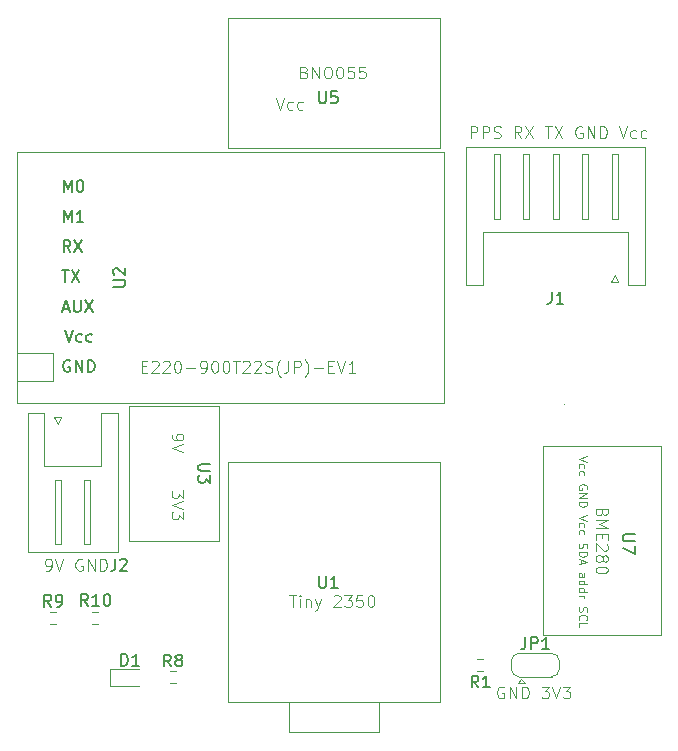
<source format=gbr>
%TF.GenerationSoftware,KiCad,Pcbnew,8.0.3*%
%TF.CreationDate,2024-12-13T14:42:35+09:00*%
%TF.ProjectId,LoRaGPS,4c6f5261-4750-4532-9e6b-696361645f70,rev?*%
%TF.SameCoordinates,Original*%
%TF.FileFunction,Legend,Top*%
%TF.FilePolarity,Positive*%
%FSLAX46Y46*%
G04 Gerber Fmt 4.6, Leading zero omitted, Abs format (unit mm)*
G04 Created by KiCad (PCBNEW 8.0.3) date 2024-12-13 14:42:35*
%MOMM*%
%LPD*%
G01*
G04 APERTURE LIST*
%ADD10C,0.100000*%
%ADD11C,0.150000*%
%ADD12C,0.120000*%
G04 APERTURE END LIST*
D10*
X53488303Y-97865619D02*
X53678779Y-97865619D01*
X53678779Y-97865619D02*
X53774017Y-97818000D01*
X53774017Y-97818000D02*
X53821636Y-97770380D01*
X53821636Y-97770380D02*
X53916874Y-97627523D01*
X53916874Y-97627523D02*
X53964493Y-97437047D01*
X53964493Y-97437047D02*
X53964493Y-97056095D01*
X53964493Y-97056095D02*
X53916874Y-96960857D01*
X53916874Y-96960857D02*
X53869255Y-96913238D01*
X53869255Y-96913238D02*
X53774017Y-96865619D01*
X53774017Y-96865619D02*
X53583541Y-96865619D01*
X53583541Y-96865619D02*
X53488303Y-96913238D01*
X53488303Y-96913238D02*
X53440684Y-96960857D01*
X53440684Y-96960857D02*
X53393065Y-97056095D01*
X53393065Y-97056095D02*
X53393065Y-97294190D01*
X53393065Y-97294190D02*
X53440684Y-97389428D01*
X53440684Y-97389428D02*
X53488303Y-97437047D01*
X53488303Y-97437047D02*
X53583541Y-97484666D01*
X53583541Y-97484666D02*
X53774017Y-97484666D01*
X53774017Y-97484666D02*
X53869255Y-97437047D01*
X53869255Y-97437047D02*
X53916874Y-97389428D01*
X53916874Y-97389428D02*
X53964493Y-97294190D01*
X54250208Y-96865619D02*
X54583541Y-97865619D01*
X54583541Y-97865619D02*
X54916874Y-96865619D01*
X56535922Y-96913238D02*
X56440684Y-96865619D01*
X56440684Y-96865619D02*
X56297827Y-96865619D01*
X56297827Y-96865619D02*
X56154970Y-96913238D01*
X56154970Y-96913238D02*
X56059732Y-97008476D01*
X56059732Y-97008476D02*
X56012113Y-97103714D01*
X56012113Y-97103714D02*
X55964494Y-97294190D01*
X55964494Y-97294190D02*
X55964494Y-97437047D01*
X55964494Y-97437047D02*
X56012113Y-97627523D01*
X56012113Y-97627523D02*
X56059732Y-97722761D01*
X56059732Y-97722761D02*
X56154970Y-97818000D01*
X56154970Y-97818000D02*
X56297827Y-97865619D01*
X56297827Y-97865619D02*
X56393065Y-97865619D01*
X56393065Y-97865619D02*
X56535922Y-97818000D01*
X56535922Y-97818000D02*
X56583541Y-97770380D01*
X56583541Y-97770380D02*
X56583541Y-97437047D01*
X56583541Y-97437047D02*
X56393065Y-97437047D01*
X57012113Y-97865619D02*
X57012113Y-96865619D01*
X57012113Y-96865619D02*
X57583541Y-97865619D01*
X57583541Y-97865619D02*
X57583541Y-96865619D01*
X58059732Y-97865619D02*
X58059732Y-96865619D01*
X58059732Y-96865619D02*
X58297827Y-96865619D01*
X58297827Y-96865619D02*
X58440684Y-96913238D01*
X58440684Y-96913238D02*
X58535922Y-97008476D01*
X58535922Y-97008476D02*
X58583541Y-97103714D01*
X58583541Y-97103714D02*
X58631160Y-97294190D01*
X58631160Y-97294190D02*
X58631160Y-97437047D01*
X58631160Y-97437047D02*
X58583541Y-97627523D01*
X58583541Y-97627523D02*
X58535922Y-97722761D01*
X58535922Y-97722761D02*
X58440684Y-97818000D01*
X58440684Y-97818000D02*
X58297827Y-97865619D01*
X58297827Y-97865619D02*
X58059732Y-97865619D01*
X61568684Y-80577809D02*
X61902017Y-80577809D01*
X62044874Y-81101619D02*
X61568684Y-81101619D01*
X61568684Y-81101619D02*
X61568684Y-80101619D01*
X61568684Y-80101619D02*
X62044874Y-80101619D01*
X62425827Y-80196857D02*
X62473446Y-80149238D01*
X62473446Y-80149238D02*
X62568684Y-80101619D01*
X62568684Y-80101619D02*
X62806779Y-80101619D01*
X62806779Y-80101619D02*
X62902017Y-80149238D01*
X62902017Y-80149238D02*
X62949636Y-80196857D01*
X62949636Y-80196857D02*
X62997255Y-80292095D01*
X62997255Y-80292095D02*
X62997255Y-80387333D01*
X62997255Y-80387333D02*
X62949636Y-80530190D01*
X62949636Y-80530190D02*
X62378208Y-81101619D01*
X62378208Y-81101619D02*
X62997255Y-81101619D01*
X63378208Y-80196857D02*
X63425827Y-80149238D01*
X63425827Y-80149238D02*
X63521065Y-80101619D01*
X63521065Y-80101619D02*
X63759160Y-80101619D01*
X63759160Y-80101619D02*
X63854398Y-80149238D01*
X63854398Y-80149238D02*
X63902017Y-80196857D01*
X63902017Y-80196857D02*
X63949636Y-80292095D01*
X63949636Y-80292095D02*
X63949636Y-80387333D01*
X63949636Y-80387333D02*
X63902017Y-80530190D01*
X63902017Y-80530190D02*
X63330589Y-81101619D01*
X63330589Y-81101619D02*
X63949636Y-81101619D01*
X64568684Y-80101619D02*
X64663922Y-80101619D01*
X64663922Y-80101619D02*
X64759160Y-80149238D01*
X64759160Y-80149238D02*
X64806779Y-80196857D01*
X64806779Y-80196857D02*
X64854398Y-80292095D01*
X64854398Y-80292095D02*
X64902017Y-80482571D01*
X64902017Y-80482571D02*
X64902017Y-80720666D01*
X64902017Y-80720666D02*
X64854398Y-80911142D01*
X64854398Y-80911142D02*
X64806779Y-81006380D01*
X64806779Y-81006380D02*
X64759160Y-81054000D01*
X64759160Y-81054000D02*
X64663922Y-81101619D01*
X64663922Y-81101619D02*
X64568684Y-81101619D01*
X64568684Y-81101619D02*
X64473446Y-81054000D01*
X64473446Y-81054000D02*
X64425827Y-81006380D01*
X64425827Y-81006380D02*
X64378208Y-80911142D01*
X64378208Y-80911142D02*
X64330589Y-80720666D01*
X64330589Y-80720666D02*
X64330589Y-80482571D01*
X64330589Y-80482571D02*
X64378208Y-80292095D01*
X64378208Y-80292095D02*
X64425827Y-80196857D01*
X64425827Y-80196857D02*
X64473446Y-80149238D01*
X64473446Y-80149238D02*
X64568684Y-80101619D01*
X65330589Y-80720666D02*
X66092494Y-80720666D01*
X66616303Y-81101619D02*
X66806779Y-81101619D01*
X66806779Y-81101619D02*
X66902017Y-81054000D01*
X66902017Y-81054000D02*
X66949636Y-81006380D01*
X66949636Y-81006380D02*
X67044874Y-80863523D01*
X67044874Y-80863523D02*
X67092493Y-80673047D01*
X67092493Y-80673047D02*
X67092493Y-80292095D01*
X67092493Y-80292095D02*
X67044874Y-80196857D01*
X67044874Y-80196857D02*
X66997255Y-80149238D01*
X66997255Y-80149238D02*
X66902017Y-80101619D01*
X66902017Y-80101619D02*
X66711541Y-80101619D01*
X66711541Y-80101619D02*
X66616303Y-80149238D01*
X66616303Y-80149238D02*
X66568684Y-80196857D01*
X66568684Y-80196857D02*
X66521065Y-80292095D01*
X66521065Y-80292095D02*
X66521065Y-80530190D01*
X66521065Y-80530190D02*
X66568684Y-80625428D01*
X66568684Y-80625428D02*
X66616303Y-80673047D01*
X66616303Y-80673047D02*
X66711541Y-80720666D01*
X66711541Y-80720666D02*
X66902017Y-80720666D01*
X66902017Y-80720666D02*
X66997255Y-80673047D01*
X66997255Y-80673047D02*
X67044874Y-80625428D01*
X67044874Y-80625428D02*
X67092493Y-80530190D01*
X67711541Y-80101619D02*
X67806779Y-80101619D01*
X67806779Y-80101619D02*
X67902017Y-80149238D01*
X67902017Y-80149238D02*
X67949636Y-80196857D01*
X67949636Y-80196857D02*
X67997255Y-80292095D01*
X67997255Y-80292095D02*
X68044874Y-80482571D01*
X68044874Y-80482571D02*
X68044874Y-80720666D01*
X68044874Y-80720666D02*
X67997255Y-80911142D01*
X67997255Y-80911142D02*
X67949636Y-81006380D01*
X67949636Y-81006380D02*
X67902017Y-81054000D01*
X67902017Y-81054000D02*
X67806779Y-81101619D01*
X67806779Y-81101619D02*
X67711541Y-81101619D01*
X67711541Y-81101619D02*
X67616303Y-81054000D01*
X67616303Y-81054000D02*
X67568684Y-81006380D01*
X67568684Y-81006380D02*
X67521065Y-80911142D01*
X67521065Y-80911142D02*
X67473446Y-80720666D01*
X67473446Y-80720666D02*
X67473446Y-80482571D01*
X67473446Y-80482571D02*
X67521065Y-80292095D01*
X67521065Y-80292095D02*
X67568684Y-80196857D01*
X67568684Y-80196857D02*
X67616303Y-80149238D01*
X67616303Y-80149238D02*
X67711541Y-80101619D01*
X68663922Y-80101619D02*
X68759160Y-80101619D01*
X68759160Y-80101619D02*
X68854398Y-80149238D01*
X68854398Y-80149238D02*
X68902017Y-80196857D01*
X68902017Y-80196857D02*
X68949636Y-80292095D01*
X68949636Y-80292095D02*
X68997255Y-80482571D01*
X68997255Y-80482571D02*
X68997255Y-80720666D01*
X68997255Y-80720666D02*
X68949636Y-80911142D01*
X68949636Y-80911142D02*
X68902017Y-81006380D01*
X68902017Y-81006380D02*
X68854398Y-81054000D01*
X68854398Y-81054000D02*
X68759160Y-81101619D01*
X68759160Y-81101619D02*
X68663922Y-81101619D01*
X68663922Y-81101619D02*
X68568684Y-81054000D01*
X68568684Y-81054000D02*
X68521065Y-81006380D01*
X68521065Y-81006380D02*
X68473446Y-80911142D01*
X68473446Y-80911142D02*
X68425827Y-80720666D01*
X68425827Y-80720666D02*
X68425827Y-80482571D01*
X68425827Y-80482571D02*
X68473446Y-80292095D01*
X68473446Y-80292095D02*
X68521065Y-80196857D01*
X68521065Y-80196857D02*
X68568684Y-80149238D01*
X68568684Y-80149238D02*
X68663922Y-80101619D01*
X69282970Y-80101619D02*
X69854398Y-80101619D01*
X69568684Y-81101619D02*
X69568684Y-80101619D01*
X70140113Y-80196857D02*
X70187732Y-80149238D01*
X70187732Y-80149238D02*
X70282970Y-80101619D01*
X70282970Y-80101619D02*
X70521065Y-80101619D01*
X70521065Y-80101619D02*
X70616303Y-80149238D01*
X70616303Y-80149238D02*
X70663922Y-80196857D01*
X70663922Y-80196857D02*
X70711541Y-80292095D01*
X70711541Y-80292095D02*
X70711541Y-80387333D01*
X70711541Y-80387333D02*
X70663922Y-80530190D01*
X70663922Y-80530190D02*
X70092494Y-81101619D01*
X70092494Y-81101619D02*
X70711541Y-81101619D01*
X71092494Y-80196857D02*
X71140113Y-80149238D01*
X71140113Y-80149238D02*
X71235351Y-80101619D01*
X71235351Y-80101619D02*
X71473446Y-80101619D01*
X71473446Y-80101619D02*
X71568684Y-80149238D01*
X71568684Y-80149238D02*
X71616303Y-80196857D01*
X71616303Y-80196857D02*
X71663922Y-80292095D01*
X71663922Y-80292095D02*
X71663922Y-80387333D01*
X71663922Y-80387333D02*
X71616303Y-80530190D01*
X71616303Y-80530190D02*
X71044875Y-81101619D01*
X71044875Y-81101619D02*
X71663922Y-81101619D01*
X72044875Y-81054000D02*
X72187732Y-81101619D01*
X72187732Y-81101619D02*
X72425827Y-81101619D01*
X72425827Y-81101619D02*
X72521065Y-81054000D01*
X72521065Y-81054000D02*
X72568684Y-81006380D01*
X72568684Y-81006380D02*
X72616303Y-80911142D01*
X72616303Y-80911142D02*
X72616303Y-80815904D01*
X72616303Y-80815904D02*
X72568684Y-80720666D01*
X72568684Y-80720666D02*
X72521065Y-80673047D01*
X72521065Y-80673047D02*
X72425827Y-80625428D01*
X72425827Y-80625428D02*
X72235351Y-80577809D01*
X72235351Y-80577809D02*
X72140113Y-80530190D01*
X72140113Y-80530190D02*
X72092494Y-80482571D01*
X72092494Y-80482571D02*
X72044875Y-80387333D01*
X72044875Y-80387333D02*
X72044875Y-80292095D01*
X72044875Y-80292095D02*
X72092494Y-80196857D01*
X72092494Y-80196857D02*
X72140113Y-80149238D01*
X72140113Y-80149238D02*
X72235351Y-80101619D01*
X72235351Y-80101619D02*
X72473446Y-80101619D01*
X72473446Y-80101619D02*
X72616303Y-80149238D01*
X73330589Y-81482571D02*
X73282970Y-81434952D01*
X73282970Y-81434952D02*
X73187732Y-81292095D01*
X73187732Y-81292095D02*
X73140113Y-81196857D01*
X73140113Y-81196857D02*
X73092494Y-81054000D01*
X73092494Y-81054000D02*
X73044875Y-80815904D01*
X73044875Y-80815904D02*
X73044875Y-80625428D01*
X73044875Y-80625428D02*
X73092494Y-80387333D01*
X73092494Y-80387333D02*
X73140113Y-80244476D01*
X73140113Y-80244476D02*
X73187732Y-80149238D01*
X73187732Y-80149238D02*
X73282970Y-80006380D01*
X73282970Y-80006380D02*
X73330589Y-79958761D01*
X73997256Y-80101619D02*
X73997256Y-80815904D01*
X73997256Y-80815904D02*
X73949637Y-80958761D01*
X73949637Y-80958761D02*
X73854399Y-81054000D01*
X73854399Y-81054000D02*
X73711542Y-81101619D01*
X73711542Y-81101619D02*
X73616304Y-81101619D01*
X74473447Y-81101619D02*
X74473447Y-80101619D01*
X74473447Y-80101619D02*
X74854399Y-80101619D01*
X74854399Y-80101619D02*
X74949637Y-80149238D01*
X74949637Y-80149238D02*
X74997256Y-80196857D01*
X74997256Y-80196857D02*
X75044875Y-80292095D01*
X75044875Y-80292095D02*
X75044875Y-80434952D01*
X75044875Y-80434952D02*
X74997256Y-80530190D01*
X74997256Y-80530190D02*
X74949637Y-80577809D01*
X74949637Y-80577809D02*
X74854399Y-80625428D01*
X74854399Y-80625428D02*
X74473447Y-80625428D01*
X75378209Y-81482571D02*
X75425828Y-81434952D01*
X75425828Y-81434952D02*
X75521066Y-81292095D01*
X75521066Y-81292095D02*
X75568685Y-81196857D01*
X75568685Y-81196857D02*
X75616304Y-81054000D01*
X75616304Y-81054000D02*
X75663923Y-80815904D01*
X75663923Y-80815904D02*
X75663923Y-80625428D01*
X75663923Y-80625428D02*
X75616304Y-80387333D01*
X75616304Y-80387333D02*
X75568685Y-80244476D01*
X75568685Y-80244476D02*
X75521066Y-80149238D01*
X75521066Y-80149238D02*
X75425828Y-80006380D01*
X75425828Y-80006380D02*
X75378209Y-79958761D01*
X76140114Y-80720666D02*
X76902019Y-80720666D01*
X77378209Y-80577809D02*
X77711542Y-80577809D01*
X77854399Y-81101619D02*
X77378209Y-81101619D01*
X77378209Y-81101619D02*
X77378209Y-80101619D01*
X77378209Y-80101619D02*
X77854399Y-80101619D01*
X78140114Y-80101619D02*
X78473447Y-81101619D01*
X78473447Y-81101619D02*
X78806780Y-80101619D01*
X79663923Y-81101619D02*
X79092495Y-81101619D01*
X79378209Y-81101619D02*
X79378209Y-80101619D01*
X79378209Y-80101619D02*
X79282971Y-80244476D01*
X79282971Y-80244476D02*
X79187733Y-80339714D01*
X79187733Y-80339714D02*
X79092495Y-80387333D01*
X72932027Y-57825819D02*
X73265360Y-58825819D01*
X73265360Y-58825819D02*
X73598693Y-57825819D01*
X74360598Y-58778200D02*
X74265360Y-58825819D01*
X74265360Y-58825819D02*
X74074884Y-58825819D01*
X74074884Y-58825819D02*
X73979646Y-58778200D01*
X73979646Y-58778200D02*
X73932027Y-58730580D01*
X73932027Y-58730580D02*
X73884408Y-58635342D01*
X73884408Y-58635342D02*
X73884408Y-58349628D01*
X73884408Y-58349628D02*
X73932027Y-58254390D01*
X73932027Y-58254390D02*
X73979646Y-58206771D01*
X73979646Y-58206771D02*
X74074884Y-58159152D01*
X74074884Y-58159152D02*
X74265360Y-58159152D01*
X74265360Y-58159152D02*
X74360598Y-58206771D01*
X75217741Y-58778200D02*
X75122503Y-58825819D01*
X75122503Y-58825819D02*
X74932027Y-58825819D01*
X74932027Y-58825819D02*
X74836789Y-58778200D01*
X74836789Y-58778200D02*
X74789170Y-58730580D01*
X74789170Y-58730580D02*
X74741551Y-58635342D01*
X74741551Y-58635342D02*
X74741551Y-58349628D01*
X74741551Y-58349628D02*
X74789170Y-58254390D01*
X74789170Y-58254390D02*
X74836789Y-58206771D01*
X74836789Y-58206771D02*
X74932027Y-58159152D01*
X74932027Y-58159152D02*
X75122503Y-58159152D01*
X75122503Y-58159152D02*
X75217741Y-58206771D01*
X74075027Y-99939019D02*
X74646455Y-99939019D01*
X74360741Y-100939019D02*
X74360741Y-99939019D01*
X74979789Y-100939019D02*
X74979789Y-100272352D01*
X74979789Y-99939019D02*
X74932170Y-99986638D01*
X74932170Y-99986638D02*
X74979789Y-100034257D01*
X74979789Y-100034257D02*
X75027408Y-99986638D01*
X75027408Y-99986638D02*
X74979789Y-99939019D01*
X74979789Y-99939019D02*
X74979789Y-100034257D01*
X75455979Y-100272352D02*
X75455979Y-100939019D01*
X75455979Y-100367590D02*
X75503598Y-100319971D01*
X75503598Y-100319971D02*
X75598836Y-100272352D01*
X75598836Y-100272352D02*
X75741693Y-100272352D01*
X75741693Y-100272352D02*
X75836931Y-100319971D01*
X75836931Y-100319971D02*
X75884550Y-100415209D01*
X75884550Y-100415209D02*
X75884550Y-100939019D01*
X76265503Y-100272352D02*
X76503598Y-100939019D01*
X76741693Y-100272352D02*
X76503598Y-100939019D01*
X76503598Y-100939019D02*
X76408360Y-101177114D01*
X76408360Y-101177114D02*
X76360741Y-101224733D01*
X76360741Y-101224733D02*
X76265503Y-101272352D01*
X77836932Y-100034257D02*
X77884551Y-99986638D01*
X77884551Y-99986638D02*
X77979789Y-99939019D01*
X77979789Y-99939019D02*
X78217884Y-99939019D01*
X78217884Y-99939019D02*
X78313122Y-99986638D01*
X78313122Y-99986638D02*
X78360741Y-100034257D01*
X78360741Y-100034257D02*
X78408360Y-100129495D01*
X78408360Y-100129495D02*
X78408360Y-100224733D01*
X78408360Y-100224733D02*
X78360741Y-100367590D01*
X78360741Y-100367590D02*
X77789313Y-100939019D01*
X77789313Y-100939019D02*
X78408360Y-100939019D01*
X78741694Y-99939019D02*
X79360741Y-99939019D01*
X79360741Y-99939019D02*
X79027408Y-100319971D01*
X79027408Y-100319971D02*
X79170265Y-100319971D01*
X79170265Y-100319971D02*
X79265503Y-100367590D01*
X79265503Y-100367590D02*
X79313122Y-100415209D01*
X79313122Y-100415209D02*
X79360741Y-100510447D01*
X79360741Y-100510447D02*
X79360741Y-100748542D01*
X79360741Y-100748542D02*
X79313122Y-100843780D01*
X79313122Y-100843780D02*
X79265503Y-100891400D01*
X79265503Y-100891400D02*
X79170265Y-100939019D01*
X79170265Y-100939019D02*
X78884551Y-100939019D01*
X78884551Y-100939019D02*
X78789313Y-100891400D01*
X78789313Y-100891400D02*
X78741694Y-100843780D01*
X80265503Y-99939019D02*
X79789313Y-99939019D01*
X79789313Y-99939019D02*
X79741694Y-100415209D01*
X79741694Y-100415209D02*
X79789313Y-100367590D01*
X79789313Y-100367590D02*
X79884551Y-100319971D01*
X79884551Y-100319971D02*
X80122646Y-100319971D01*
X80122646Y-100319971D02*
X80217884Y-100367590D01*
X80217884Y-100367590D02*
X80265503Y-100415209D01*
X80265503Y-100415209D02*
X80313122Y-100510447D01*
X80313122Y-100510447D02*
X80313122Y-100748542D01*
X80313122Y-100748542D02*
X80265503Y-100843780D01*
X80265503Y-100843780D02*
X80217884Y-100891400D01*
X80217884Y-100891400D02*
X80122646Y-100939019D01*
X80122646Y-100939019D02*
X79884551Y-100939019D01*
X79884551Y-100939019D02*
X79789313Y-100891400D01*
X79789313Y-100891400D02*
X79741694Y-100843780D01*
X80932170Y-99939019D02*
X81027408Y-99939019D01*
X81027408Y-99939019D02*
X81122646Y-99986638D01*
X81122646Y-99986638D02*
X81170265Y-100034257D01*
X81170265Y-100034257D02*
X81217884Y-100129495D01*
X81217884Y-100129495D02*
X81265503Y-100319971D01*
X81265503Y-100319971D02*
X81265503Y-100558066D01*
X81265503Y-100558066D02*
X81217884Y-100748542D01*
X81217884Y-100748542D02*
X81170265Y-100843780D01*
X81170265Y-100843780D02*
X81122646Y-100891400D01*
X81122646Y-100891400D02*
X81027408Y-100939019D01*
X81027408Y-100939019D02*
X80932170Y-100939019D01*
X80932170Y-100939019D02*
X80836932Y-100891400D01*
X80836932Y-100891400D02*
X80789313Y-100843780D01*
X80789313Y-100843780D02*
X80741694Y-100748542D01*
X80741694Y-100748542D02*
X80694075Y-100558066D01*
X80694075Y-100558066D02*
X80694075Y-100319971D01*
X80694075Y-100319971D02*
X80741694Y-100129495D01*
X80741694Y-100129495D02*
X80789313Y-100034257D01*
X80789313Y-100034257D02*
X80836932Y-99986638D01*
X80836932Y-99986638D02*
X80932170Y-99939019D01*
X92242293Y-107733638D02*
X92147055Y-107686019D01*
X92147055Y-107686019D02*
X92004198Y-107686019D01*
X92004198Y-107686019D02*
X91861341Y-107733638D01*
X91861341Y-107733638D02*
X91766103Y-107828876D01*
X91766103Y-107828876D02*
X91718484Y-107924114D01*
X91718484Y-107924114D02*
X91670865Y-108114590D01*
X91670865Y-108114590D02*
X91670865Y-108257447D01*
X91670865Y-108257447D02*
X91718484Y-108447923D01*
X91718484Y-108447923D02*
X91766103Y-108543161D01*
X91766103Y-108543161D02*
X91861341Y-108638400D01*
X91861341Y-108638400D02*
X92004198Y-108686019D01*
X92004198Y-108686019D02*
X92099436Y-108686019D01*
X92099436Y-108686019D02*
X92242293Y-108638400D01*
X92242293Y-108638400D02*
X92289912Y-108590780D01*
X92289912Y-108590780D02*
X92289912Y-108257447D01*
X92289912Y-108257447D02*
X92099436Y-108257447D01*
X92718484Y-108686019D02*
X92718484Y-107686019D01*
X92718484Y-107686019D02*
X93289912Y-108686019D01*
X93289912Y-108686019D02*
X93289912Y-107686019D01*
X93766103Y-108686019D02*
X93766103Y-107686019D01*
X93766103Y-107686019D02*
X94004198Y-107686019D01*
X94004198Y-107686019D02*
X94147055Y-107733638D01*
X94147055Y-107733638D02*
X94242293Y-107828876D01*
X94242293Y-107828876D02*
X94289912Y-107924114D01*
X94289912Y-107924114D02*
X94337531Y-108114590D01*
X94337531Y-108114590D02*
X94337531Y-108257447D01*
X94337531Y-108257447D02*
X94289912Y-108447923D01*
X94289912Y-108447923D02*
X94242293Y-108543161D01*
X94242293Y-108543161D02*
X94147055Y-108638400D01*
X94147055Y-108638400D02*
X94004198Y-108686019D01*
X94004198Y-108686019D02*
X93766103Y-108686019D01*
X95432770Y-107686019D02*
X96051817Y-107686019D01*
X96051817Y-107686019D02*
X95718484Y-108066971D01*
X95718484Y-108066971D02*
X95861341Y-108066971D01*
X95861341Y-108066971D02*
X95956579Y-108114590D01*
X95956579Y-108114590D02*
X96004198Y-108162209D01*
X96004198Y-108162209D02*
X96051817Y-108257447D01*
X96051817Y-108257447D02*
X96051817Y-108495542D01*
X96051817Y-108495542D02*
X96004198Y-108590780D01*
X96004198Y-108590780D02*
X95956579Y-108638400D01*
X95956579Y-108638400D02*
X95861341Y-108686019D01*
X95861341Y-108686019D02*
X95575627Y-108686019D01*
X95575627Y-108686019D02*
X95480389Y-108638400D01*
X95480389Y-108638400D02*
X95432770Y-108590780D01*
X96337532Y-107686019D02*
X96670865Y-108686019D01*
X96670865Y-108686019D02*
X97004198Y-107686019D01*
X97242294Y-107686019D02*
X97861341Y-107686019D01*
X97861341Y-107686019D02*
X97528008Y-108066971D01*
X97528008Y-108066971D02*
X97670865Y-108066971D01*
X97670865Y-108066971D02*
X97766103Y-108114590D01*
X97766103Y-108114590D02*
X97813722Y-108162209D01*
X97813722Y-108162209D02*
X97861341Y-108257447D01*
X97861341Y-108257447D02*
X97861341Y-108495542D01*
X97861341Y-108495542D02*
X97813722Y-108590780D01*
X97813722Y-108590780D02*
X97766103Y-108638400D01*
X97766103Y-108638400D02*
X97670865Y-108686019D01*
X97670865Y-108686019D02*
X97385151Y-108686019D01*
X97385151Y-108686019D02*
X97289913Y-108638400D01*
X97289913Y-108638400D02*
X97242294Y-108590780D01*
X100549590Y-92940817D02*
X100501971Y-93083674D01*
X100501971Y-93083674D02*
X100454352Y-93131293D01*
X100454352Y-93131293D02*
X100359114Y-93178912D01*
X100359114Y-93178912D02*
X100216257Y-93178912D01*
X100216257Y-93178912D02*
X100121019Y-93131293D01*
X100121019Y-93131293D02*
X100073400Y-93083674D01*
X100073400Y-93083674D02*
X100025780Y-92988436D01*
X100025780Y-92988436D02*
X100025780Y-92607484D01*
X100025780Y-92607484D02*
X101025780Y-92607484D01*
X101025780Y-92607484D02*
X101025780Y-92940817D01*
X101025780Y-92940817D02*
X100978161Y-93036055D01*
X100978161Y-93036055D02*
X100930542Y-93083674D01*
X100930542Y-93083674D02*
X100835304Y-93131293D01*
X100835304Y-93131293D02*
X100740066Y-93131293D01*
X100740066Y-93131293D02*
X100644828Y-93083674D01*
X100644828Y-93083674D02*
X100597209Y-93036055D01*
X100597209Y-93036055D02*
X100549590Y-92940817D01*
X100549590Y-92940817D02*
X100549590Y-92607484D01*
X100025780Y-93607484D02*
X101025780Y-93607484D01*
X101025780Y-93607484D02*
X100311495Y-93940817D01*
X100311495Y-93940817D02*
X101025780Y-94274150D01*
X101025780Y-94274150D02*
X100025780Y-94274150D01*
X100549590Y-94750341D02*
X100549590Y-95083674D01*
X100025780Y-95226531D02*
X100025780Y-94750341D01*
X100025780Y-94750341D02*
X101025780Y-94750341D01*
X101025780Y-94750341D02*
X101025780Y-95226531D01*
X100930542Y-95607484D02*
X100978161Y-95655103D01*
X100978161Y-95655103D02*
X101025780Y-95750341D01*
X101025780Y-95750341D02*
X101025780Y-95988436D01*
X101025780Y-95988436D02*
X100978161Y-96083674D01*
X100978161Y-96083674D02*
X100930542Y-96131293D01*
X100930542Y-96131293D02*
X100835304Y-96178912D01*
X100835304Y-96178912D02*
X100740066Y-96178912D01*
X100740066Y-96178912D02*
X100597209Y-96131293D01*
X100597209Y-96131293D02*
X100025780Y-95559865D01*
X100025780Y-95559865D02*
X100025780Y-96178912D01*
X100597209Y-96750341D02*
X100644828Y-96655103D01*
X100644828Y-96655103D02*
X100692447Y-96607484D01*
X100692447Y-96607484D02*
X100787685Y-96559865D01*
X100787685Y-96559865D02*
X100835304Y-96559865D01*
X100835304Y-96559865D02*
X100930542Y-96607484D01*
X100930542Y-96607484D02*
X100978161Y-96655103D01*
X100978161Y-96655103D02*
X101025780Y-96750341D01*
X101025780Y-96750341D02*
X101025780Y-96940817D01*
X101025780Y-96940817D02*
X100978161Y-97036055D01*
X100978161Y-97036055D02*
X100930542Y-97083674D01*
X100930542Y-97083674D02*
X100835304Y-97131293D01*
X100835304Y-97131293D02*
X100787685Y-97131293D01*
X100787685Y-97131293D02*
X100692447Y-97083674D01*
X100692447Y-97083674D02*
X100644828Y-97036055D01*
X100644828Y-97036055D02*
X100597209Y-96940817D01*
X100597209Y-96940817D02*
X100597209Y-96750341D01*
X100597209Y-96750341D02*
X100549590Y-96655103D01*
X100549590Y-96655103D02*
X100501971Y-96607484D01*
X100501971Y-96607484D02*
X100406733Y-96559865D01*
X100406733Y-96559865D02*
X100216257Y-96559865D01*
X100216257Y-96559865D02*
X100121019Y-96607484D01*
X100121019Y-96607484D02*
X100073400Y-96655103D01*
X100073400Y-96655103D02*
X100025780Y-96750341D01*
X100025780Y-96750341D02*
X100025780Y-96940817D01*
X100025780Y-96940817D02*
X100073400Y-97036055D01*
X100073400Y-97036055D02*
X100121019Y-97083674D01*
X100121019Y-97083674D02*
X100216257Y-97131293D01*
X100216257Y-97131293D02*
X100406733Y-97131293D01*
X100406733Y-97131293D02*
X100501971Y-97083674D01*
X100501971Y-97083674D02*
X100549590Y-97036055D01*
X100549590Y-97036055D02*
X100597209Y-96940817D01*
X101025780Y-97750341D02*
X101025780Y-97845579D01*
X101025780Y-97845579D02*
X100978161Y-97940817D01*
X100978161Y-97940817D02*
X100930542Y-97988436D01*
X100930542Y-97988436D02*
X100835304Y-98036055D01*
X100835304Y-98036055D02*
X100644828Y-98083674D01*
X100644828Y-98083674D02*
X100406733Y-98083674D01*
X100406733Y-98083674D02*
X100216257Y-98036055D01*
X100216257Y-98036055D02*
X100121019Y-97988436D01*
X100121019Y-97988436D02*
X100073400Y-97940817D01*
X100073400Y-97940817D02*
X100025780Y-97845579D01*
X100025780Y-97845579D02*
X100025780Y-97750341D01*
X100025780Y-97750341D02*
X100073400Y-97655103D01*
X100073400Y-97655103D02*
X100121019Y-97607484D01*
X100121019Y-97607484D02*
X100216257Y-97559865D01*
X100216257Y-97559865D02*
X100406733Y-97512246D01*
X100406733Y-97512246D02*
X100644828Y-97512246D01*
X100644828Y-97512246D02*
X100835304Y-97559865D01*
X100835304Y-97559865D02*
X100930542Y-97607484D01*
X100930542Y-97607484D02*
X100978161Y-97655103D01*
X100978161Y-97655103D02*
X101025780Y-97750341D01*
X64110180Y-86355903D02*
X64110180Y-86546379D01*
X64110180Y-86546379D02*
X64157800Y-86641617D01*
X64157800Y-86641617D02*
X64205419Y-86689236D01*
X64205419Y-86689236D02*
X64348276Y-86784474D01*
X64348276Y-86784474D02*
X64538752Y-86832093D01*
X64538752Y-86832093D02*
X64919704Y-86832093D01*
X64919704Y-86832093D02*
X65014942Y-86784474D01*
X65014942Y-86784474D02*
X65062561Y-86736855D01*
X65062561Y-86736855D02*
X65110180Y-86641617D01*
X65110180Y-86641617D02*
X65110180Y-86451141D01*
X65110180Y-86451141D02*
X65062561Y-86355903D01*
X65062561Y-86355903D02*
X65014942Y-86308284D01*
X65014942Y-86308284D02*
X64919704Y-86260665D01*
X64919704Y-86260665D02*
X64681609Y-86260665D01*
X64681609Y-86260665D02*
X64586371Y-86308284D01*
X64586371Y-86308284D02*
X64538752Y-86355903D01*
X64538752Y-86355903D02*
X64491133Y-86451141D01*
X64491133Y-86451141D02*
X64491133Y-86641617D01*
X64491133Y-86641617D02*
X64538752Y-86736855D01*
X64538752Y-86736855D02*
X64586371Y-86784474D01*
X64586371Y-86784474D02*
X64681609Y-86832093D01*
X65110180Y-87117808D02*
X64110180Y-87451141D01*
X64110180Y-87451141D02*
X65110180Y-87784474D01*
X65110180Y-91070190D02*
X65110180Y-91689237D01*
X65110180Y-91689237D02*
X64729228Y-91355904D01*
X64729228Y-91355904D02*
X64729228Y-91498761D01*
X64729228Y-91498761D02*
X64681609Y-91593999D01*
X64681609Y-91593999D02*
X64633990Y-91641618D01*
X64633990Y-91641618D02*
X64538752Y-91689237D01*
X64538752Y-91689237D02*
X64300657Y-91689237D01*
X64300657Y-91689237D02*
X64205419Y-91641618D01*
X64205419Y-91641618D02*
X64157800Y-91593999D01*
X64157800Y-91593999D02*
X64110180Y-91498761D01*
X64110180Y-91498761D02*
X64110180Y-91213047D01*
X64110180Y-91213047D02*
X64157800Y-91117809D01*
X64157800Y-91117809D02*
X64205419Y-91070190D01*
X65110180Y-91974952D02*
X64110180Y-92308285D01*
X64110180Y-92308285D02*
X65110180Y-92641618D01*
X65110180Y-92879714D02*
X65110180Y-93498761D01*
X65110180Y-93498761D02*
X64729228Y-93165428D01*
X64729228Y-93165428D02*
X64729228Y-93308285D01*
X64729228Y-93308285D02*
X64681609Y-93403523D01*
X64681609Y-93403523D02*
X64633990Y-93451142D01*
X64633990Y-93451142D02*
X64538752Y-93498761D01*
X64538752Y-93498761D02*
X64300657Y-93498761D01*
X64300657Y-93498761D02*
X64205419Y-93451142D01*
X64205419Y-93451142D02*
X64157800Y-93403523D01*
X64157800Y-93403523D02*
X64110180Y-93308285D01*
X64110180Y-93308285D02*
X64110180Y-93022571D01*
X64110180Y-93022571D02*
X64157800Y-92927333D01*
X64157800Y-92927333D02*
X64205419Y-92879714D01*
X99266666Y-88168855D02*
X98566666Y-88402189D01*
X98566666Y-88402189D02*
X99266666Y-88635522D01*
X98600000Y-89168855D02*
X98566666Y-89102189D01*
X98566666Y-89102189D02*
X98566666Y-88968855D01*
X98566666Y-88968855D02*
X98600000Y-88902189D01*
X98600000Y-88902189D02*
X98633333Y-88868855D01*
X98633333Y-88868855D02*
X98700000Y-88835522D01*
X98700000Y-88835522D02*
X98900000Y-88835522D01*
X98900000Y-88835522D02*
X98966666Y-88868855D01*
X98966666Y-88868855D02*
X99000000Y-88902189D01*
X99000000Y-88902189D02*
X99033333Y-88968855D01*
X99033333Y-88968855D02*
X99033333Y-89102189D01*
X99033333Y-89102189D02*
X99000000Y-89168855D01*
X98600000Y-89768855D02*
X98566666Y-89702189D01*
X98566666Y-89702189D02*
X98566666Y-89568855D01*
X98566666Y-89568855D02*
X98600000Y-89502189D01*
X98600000Y-89502189D02*
X98633333Y-89468855D01*
X98633333Y-89468855D02*
X98700000Y-89435522D01*
X98700000Y-89435522D02*
X98900000Y-89435522D01*
X98900000Y-89435522D02*
X98966666Y-89468855D01*
X98966666Y-89468855D02*
X99000000Y-89502189D01*
X99000000Y-89502189D02*
X99033333Y-89568855D01*
X99033333Y-89568855D02*
X99033333Y-89702189D01*
X99033333Y-89702189D02*
X99000000Y-89768855D01*
X99233333Y-90968855D02*
X99266666Y-90902188D01*
X99266666Y-90902188D02*
X99266666Y-90802188D01*
X99266666Y-90802188D02*
X99233333Y-90702188D01*
X99233333Y-90702188D02*
X99166666Y-90635522D01*
X99166666Y-90635522D02*
X99100000Y-90602188D01*
X99100000Y-90602188D02*
X98966666Y-90568855D01*
X98966666Y-90568855D02*
X98866666Y-90568855D01*
X98866666Y-90568855D02*
X98733333Y-90602188D01*
X98733333Y-90602188D02*
X98666666Y-90635522D01*
X98666666Y-90635522D02*
X98600000Y-90702188D01*
X98600000Y-90702188D02*
X98566666Y-90802188D01*
X98566666Y-90802188D02*
X98566666Y-90868855D01*
X98566666Y-90868855D02*
X98600000Y-90968855D01*
X98600000Y-90968855D02*
X98633333Y-91002188D01*
X98633333Y-91002188D02*
X98866666Y-91002188D01*
X98866666Y-91002188D02*
X98866666Y-90868855D01*
X98566666Y-91302188D02*
X99266666Y-91302188D01*
X99266666Y-91302188D02*
X98566666Y-91702188D01*
X98566666Y-91702188D02*
X99266666Y-91702188D01*
X98566666Y-92035521D02*
X99266666Y-92035521D01*
X99266666Y-92035521D02*
X99266666Y-92202188D01*
X99266666Y-92202188D02*
X99233333Y-92302188D01*
X99233333Y-92302188D02*
X99166666Y-92368855D01*
X99166666Y-92368855D02*
X99100000Y-92402188D01*
X99100000Y-92402188D02*
X98966666Y-92435521D01*
X98966666Y-92435521D02*
X98866666Y-92435521D01*
X98866666Y-92435521D02*
X98733333Y-92402188D01*
X98733333Y-92402188D02*
X98666666Y-92368855D01*
X98666666Y-92368855D02*
X98600000Y-92302188D01*
X98600000Y-92302188D02*
X98566666Y-92202188D01*
X98566666Y-92202188D02*
X98566666Y-92035521D01*
X99266666Y-93168854D02*
X98566666Y-93402188D01*
X98566666Y-93402188D02*
X99266666Y-93635521D01*
X98600000Y-94168854D02*
X98566666Y-94102188D01*
X98566666Y-94102188D02*
X98566666Y-93968854D01*
X98566666Y-93968854D02*
X98600000Y-93902188D01*
X98600000Y-93902188D02*
X98633333Y-93868854D01*
X98633333Y-93868854D02*
X98700000Y-93835521D01*
X98700000Y-93835521D02*
X98900000Y-93835521D01*
X98900000Y-93835521D02*
X98966666Y-93868854D01*
X98966666Y-93868854D02*
X99000000Y-93902188D01*
X99000000Y-93902188D02*
X99033333Y-93968854D01*
X99033333Y-93968854D02*
X99033333Y-94102188D01*
X99033333Y-94102188D02*
X99000000Y-94168854D01*
X98600000Y-94768854D02*
X98566666Y-94702188D01*
X98566666Y-94702188D02*
X98566666Y-94568854D01*
X98566666Y-94568854D02*
X98600000Y-94502188D01*
X98600000Y-94502188D02*
X98633333Y-94468854D01*
X98633333Y-94468854D02*
X98700000Y-94435521D01*
X98700000Y-94435521D02*
X98900000Y-94435521D01*
X98900000Y-94435521D02*
X98966666Y-94468854D01*
X98966666Y-94468854D02*
X99000000Y-94502188D01*
X99000000Y-94502188D02*
X99033333Y-94568854D01*
X99033333Y-94568854D02*
X99033333Y-94702188D01*
X99033333Y-94702188D02*
X99000000Y-94768854D01*
X98600000Y-95568854D02*
X98566666Y-95668854D01*
X98566666Y-95668854D02*
X98566666Y-95835521D01*
X98566666Y-95835521D02*
X98600000Y-95902187D01*
X98600000Y-95902187D02*
X98633333Y-95935521D01*
X98633333Y-95935521D02*
X98700000Y-95968854D01*
X98700000Y-95968854D02*
X98766666Y-95968854D01*
X98766666Y-95968854D02*
X98833333Y-95935521D01*
X98833333Y-95935521D02*
X98866666Y-95902187D01*
X98866666Y-95902187D02*
X98900000Y-95835521D01*
X98900000Y-95835521D02*
X98933333Y-95702187D01*
X98933333Y-95702187D02*
X98966666Y-95635521D01*
X98966666Y-95635521D02*
X99000000Y-95602187D01*
X99000000Y-95602187D02*
X99066666Y-95568854D01*
X99066666Y-95568854D02*
X99133333Y-95568854D01*
X99133333Y-95568854D02*
X99200000Y-95602187D01*
X99200000Y-95602187D02*
X99233333Y-95635521D01*
X99233333Y-95635521D02*
X99266666Y-95702187D01*
X99266666Y-95702187D02*
X99266666Y-95868854D01*
X99266666Y-95868854D02*
X99233333Y-95968854D01*
X98566666Y-96268854D02*
X99266666Y-96268854D01*
X99266666Y-96268854D02*
X99266666Y-96435521D01*
X99266666Y-96435521D02*
X99233333Y-96535521D01*
X99233333Y-96535521D02*
X99166666Y-96602188D01*
X99166666Y-96602188D02*
X99100000Y-96635521D01*
X99100000Y-96635521D02*
X98966666Y-96668854D01*
X98966666Y-96668854D02*
X98866666Y-96668854D01*
X98866666Y-96668854D02*
X98733333Y-96635521D01*
X98733333Y-96635521D02*
X98666666Y-96602188D01*
X98666666Y-96602188D02*
X98600000Y-96535521D01*
X98600000Y-96535521D02*
X98566666Y-96435521D01*
X98566666Y-96435521D02*
X98566666Y-96268854D01*
X98766666Y-96935521D02*
X98766666Y-97268854D01*
X98566666Y-96868854D02*
X99266666Y-97102188D01*
X99266666Y-97102188D02*
X98566666Y-97335521D01*
X98566666Y-98402187D02*
X98933333Y-98402187D01*
X98933333Y-98402187D02*
X99000000Y-98368854D01*
X99000000Y-98368854D02*
X99033333Y-98302187D01*
X99033333Y-98302187D02*
X99033333Y-98168854D01*
X99033333Y-98168854D02*
X99000000Y-98102187D01*
X98600000Y-98402187D02*
X98566666Y-98335521D01*
X98566666Y-98335521D02*
X98566666Y-98168854D01*
X98566666Y-98168854D02*
X98600000Y-98102187D01*
X98600000Y-98102187D02*
X98666666Y-98068854D01*
X98666666Y-98068854D02*
X98733333Y-98068854D01*
X98733333Y-98068854D02*
X98800000Y-98102187D01*
X98800000Y-98102187D02*
X98833333Y-98168854D01*
X98833333Y-98168854D02*
X98833333Y-98335521D01*
X98833333Y-98335521D02*
X98866666Y-98402187D01*
X98566666Y-99035520D02*
X99266666Y-99035520D01*
X98600000Y-99035520D02*
X98566666Y-98968854D01*
X98566666Y-98968854D02*
X98566666Y-98835520D01*
X98566666Y-98835520D02*
X98600000Y-98768854D01*
X98600000Y-98768854D02*
X98633333Y-98735520D01*
X98633333Y-98735520D02*
X98700000Y-98702187D01*
X98700000Y-98702187D02*
X98900000Y-98702187D01*
X98900000Y-98702187D02*
X98966666Y-98735520D01*
X98966666Y-98735520D02*
X99000000Y-98768854D01*
X99000000Y-98768854D02*
X99033333Y-98835520D01*
X99033333Y-98835520D02*
X99033333Y-98968854D01*
X99033333Y-98968854D02*
X99000000Y-99035520D01*
X98566666Y-99668853D02*
X99266666Y-99668853D01*
X98600000Y-99668853D02*
X98566666Y-99602187D01*
X98566666Y-99602187D02*
X98566666Y-99468853D01*
X98566666Y-99468853D02*
X98600000Y-99402187D01*
X98600000Y-99402187D02*
X98633333Y-99368853D01*
X98633333Y-99368853D02*
X98700000Y-99335520D01*
X98700000Y-99335520D02*
X98900000Y-99335520D01*
X98900000Y-99335520D02*
X98966666Y-99368853D01*
X98966666Y-99368853D02*
X99000000Y-99402187D01*
X99000000Y-99402187D02*
X99033333Y-99468853D01*
X99033333Y-99468853D02*
X99033333Y-99602187D01*
X99033333Y-99602187D02*
X99000000Y-99668853D01*
X98566666Y-100002186D02*
X99033333Y-100002186D01*
X98900000Y-100002186D02*
X98966666Y-100035520D01*
X98966666Y-100035520D02*
X99000000Y-100068853D01*
X99000000Y-100068853D02*
X99033333Y-100135520D01*
X99033333Y-100135520D02*
X99033333Y-100202186D01*
X98600000Y-100935519D02*
X98566666Y-101035519D01*
X98566666Y-101035519D02*
X98566666Y-101202186D01*
X98566666Y-101202186D02*
X98600000Y-101268852D01*
X98600000Y-101268852D02*
X98633333Y-101302186D01*
X98633333Y-101302186D02*
X98700000Y-101335519D01*
X98700000Y-101335519D02*
X98766666Y-101335519D01*
X98766666Y-101335519D02*
X98833333Y-101302186D01*
X98833333Y-101302186D02*
X98866666Y-101268852D01*
X98866666Y-101268852D02*
X98900000Y-101202186D01*
X98900000Y-101202186D02*
X98933333Y-101068852D01*
X98933333Y-101068852D02*
X98966666Y-101002186D01*
X98966666Y-101002186D02*
X99000000Y-100968852D01*
X99000000Y-100968852D02*
X99066666Y-100935519D01*
X99066666Y-100935519D02*
X99133333Y-100935519D01*
X99133333Y-100935519D02*
X99200000Y-100968852D01*
X99200000Y-100968852D02*
X99233333Y-101002186D01*
X99233333Y-101002186D02*
X99266666Y-101068852D01*
X99266666Y-101068852D02*
X99266666Y-101235519D01*
X99266666Y-101235519D02*
X99233333Y-101335519D01*
X98633333Y-102035519D02*
X98600000Y-102002186D01*
X98600000Y-102002186D02*
X98566666Y-101902186D01*
X98566666Y-101902186D02*
X98566666Y-101835519D01*
X98566666Y-101835519D02*
X98600000Y-101735519D01*
X98600000Y-101735519D02*
X98666666Y-101668853D01*
X98666666Y-101668853D02*
X98733333Y-101635519D01*
X98733333Y-101635519D02*
X98866666Y-101602186D01*
X98866666Y-101602186D02*
X98966666Y-101602186D01*
X98966666Y-101602186D02*
X99100000Y-101635519D01*
X99100000Y-101635519D02*
X99166666Y-101668853D01*
X99166666Y-101668853D02*
X99233333Y-101735519D01*
X99233333Y-101735519D02*
X99266666Y-101835519D01*
X99266666Y-101835519D02*
X99266666Y-101902186D01*
X99266666Y-101902186D02*
X99233333Y-102002186D01*
X99233333Y-102002186D02*
X99200000Y-102035519D01*
X98566666Y-102668853D02*
X98566666Y-102335519D01*
X98566666Y-102335519D02*
X99266666Y-102335519D01*
X75338617Y-55660409D02*
X75481474Y-55708028D01*
X75481474Y-55708028D02*
X75529093Y-55755647D01*
X75529093Y-55755647D02*
X75576712Y-55850885D01*
X75576712Y-55850885D02*
X75576712Y-55993742D01*
X75576712Y-55993742D02*
X75529093Y-56088980D01*
X75529093Y-56088980D02*
X75481474Y-56136600D01*
X75481474Y-56136600D02*
X75386236Y-56184219D01*
X75386236Y-56184219D02*
X75005284Y-56184219D01*
X75005284Y-56184219D02*
X75005284Y-55184219D01*
X75005284Y-55184219D02*
X75338617Y-55184219D01*
X75338617Y-55184219D02*
X75433855Y-55231838D01*
X75433855Y-55231838D02*
X75481474Y-55279457D01*
X75481474Y-55279457D02*
X75529093Y-55374695D01*
X75529093Y-55374695D02*
X75529093Y-55469933D01*
X75529093Y-55469933D02*
X75481474Y-55565171D01*
X75481474Y-55565171D02*
X75433855Y-55612790D01*
X75433855Y-55612790D02*
X75338617Y-55660409D01*
X75338617Y-55660409D02*
X75005284Y-55660409D01*
X76005284Y-56184219D02*
X76005284Y-55184219D01*
X76005284Y-55184219D02*
X76576712Y-56184219D01*
X76576712Y-56184219D02*
X76576712Y-55184219D01*
X77243379Y-55184219D02*
X77433855Y-55184219D01*
X77433855Y-55184219D02*
X77529093Y-55231838D01*
X77529093Y-55231838D02*
X77624331Y-55327076D01*
X77624331Y-55327076D02*
X77671950Y-55517552D01*
X77671950Y-55517552D02*
X77671950Y-55850885D01*
X77671950Y-55850885D02*
X77624331Y-56041361D01*
X77624331Y-56041361D02*
X77529093Y-56136600D01*
X77529093Y-56136600D02*
X77433855Y-56184219D01*
X77433855Y-56184219D02*
X77243379Y-56184219D01*
X77243379Y-56184219D02*
X77148141Y-56136600D01*
X77148141Y-56136600D02*
X77052903Y-56041361D01*
X77052903Y-56041361D02*
X77005284Y-55850885D01*
X77005284Y-55850885D02*
X77005284Y-55517552D01*
X77005284Y-55517552D02*
X77052903Y-55327076D01*
X77052903Y-55327076D02*
X77148141Y-55231838D01*
X77148141Y-55231838D02*
X77243379Y-55184219D01*
X78290998Y-55184219D02*
X78386236Y-55184219D01*
X78386236Y-55184219D02*
X78481474Y-55231838D01*
X78481474Y-55231838D02*
X78529093Y-55279457D01*
X78529093Y-55279457D02*
X78576712Y-55374695D01*
X78576712Y-55374695D02*
X78624331Y-55565171D01*
X78624331Y-55565171D02*
X78624331Y-55803266D01*
X78624331Y-55803266D02*
X78576712Y-55993742D01*
X78576712Y-55993742D02*
X78529093Y-56088980D01*
X78529093Y-56088980D02*
X78481474Y-56136600D01*
X78481474Y-56136600D02*
X78386236Y-56184219D01*
X78386236Y-56184219D02*
X78290998Y-56184219D01*
X78290998Y-56184219D02*
X78195760Y-56136600D01*
X78195760Y-56136600D02*
X78148141Y-56088980D01*
X78148141Y-56088980D02*
X78100522Y-55993742D01*
X78100522Y-55993742D02*
X78052903Y-55803266D01*
X78052903Y-55803266D02*
X78052903Y-55565171D01*
X78052903Y-55565171D02*
X78100522Y-55374695D01*
X78100522Y-55374695D02*
X78148141Y-55279457D01*
X78148141Y-55279457D02*
X78195760Y-55231838D01*
X78195760Y-55231838D02*
X78290998Y-55184219D01*
X79529093Y-55184219D02*
X79052903Y-55184219D01*
X79052903Y-55184219D02*
X79005284Y-55660409D01*
X79005284Y-55660409D02*
X79052903Y-55612790D01*
X79052903Y-55612790D02*
X79148141Y-55565171D01*
X79148141Y-55565171D02*
X79386236Y-55565171D01*
X79386236Y-55565171D02*
X79481474Y-55612790D01*
X79481474Y-55612790D02*
X79529093Y-55660409D01*
X79529093Y-55660409D02*
X79576712Y-55755647D01*
X79576712Y-55755647D02*
X79576712Y-55993742D01*
X79576712Y-55993742D02*
X79529093Y-56088980D01*
X79529093Y-56088980D02*
X79481474Y-56136600D01*
X79481474Y-56136600D02*
X79386236Y-56184219D01*
X79386236Y-56184219D02*
X79148141Y-56184219D01*
X79148141Y-56184219D02*
X79052903Y-56136600D01*
X79052903Y-56136600D02*
X79005284Y-56088980D01*
X80481474Y-55184219D02*
X80005284Y-55184219D01*
X80005284Y-55184219D02*
X79957665Y-55660409D01*
X79957665Y-55660409D02*
X80005284Y-55612790D01*
X80005284Y-55612790D02*
X80100522Y-55565171D01*
X80100522Y-55565171D02*
X80338617Y-55565171D01*
X80338617Y-55565171D02*
X80433855Y-55612790D01*
X80433855Y-55612790D02*
X80481474Y-55660409D01*
X80481474Y-55660409D02*
X80529093Y-55755647D01*
X80529093Y-55755647D02*
X80529093Y-55993742D01*
X80529093Y-55993742D02*
X80481474Y-56088980D01*
X80481474Y-56088980D02*
X80433855Y-56136600D01*
X80433855Y-56136600D02*
X80338617Y-56184219D01*
X80338617Y-56184219D02*
X80100522Y-56184219D01*
X80100522Y-56184219D02*
X80005284Y-56136600D01*
X80005284Y-56136600D02*
X79957665Y-56088980D01*
X89432484Y-61238819D02*
X89432484Y-60238819D01*
X89432484Y-60238819D02*
X89813436Y-60238819D01*
X89813436Y-60238819D02*
X89908674Y-60286438D01*
X89908674Y-60286438D02*
X89956293Y-60334057D01*
X89956293Y-60334057D02*
X90003912Y-60429295D01*
X90003912Y-60429295D02*
X90003912Y-60572152D01*
X90003912Y-60572152D02*
X89956293Y-60667390D01*
X89956293Y-60667390D02*
X89908674Y-60715009D01*
X89908674Y-60715009D02*
X89813436Y-60762628D01*
X89813436Y-60762628D02*
X89432484Y-60762628D01*
X90432484Y-61238819D02*
X90432484Y-60238819D01*
X90432484Y-60238819D02*
X90813436Y-60238819D01*
X90813436Y-60238819D02*
X90908674Y-60286438D01*
X90908674Y-60286438D02*
X90956293Y-60334057D01*
X90956293Y-60334057D02*
X91003912Y-60429295D01*
X91003912Y-60429295D02*
X91003912Y-60572152D01*
X91003912Y-60572152D02*
X90956293Y-60667390D01*
X90956293Y-60667390D02*
X90908674Y-60715009D01*
X90908674Y-60715009D02*
X90813436Y-60762628D01*
X90813436Y-60762628D02*
X90432484Y-60762628D01*
X91384865Y-61191200D02*
X91527722Y-61238819D01*
X91527722Y-61238819D02*
X91765817Y-61238819D01*
X91765817Y-61238819D02*
X91861055Y-61191200D01*
X91861055Y-61191200D02*
X91908674Y-61143580D01*
X91908674Y-61143580D02*
X91956293Y-61048342D01*
X91956293Y-61048342D02*
X91956293Y-60953104D01*
X91956293Y-60953104D02*
X91908674Y-60857866D01*
X91908674Y-60857866D02*
X91861055Y-60810247D01*
X91861055Y-60810247D02*
X91765817Y-60762628D01*
X91765817Y-60762628D02*
X91575341Y-60715009D01*
X91575341Y-60715009D02*
X91480103Y-60667390D01*
X91480103Y-60667390D02*
X91432484Y-60619771D01*
X91432484Y-60619771D02*
X91384865Y-60524533D01*
X91384865Y-60524533D02*
X91384865Y-60429295D01*
X91384865Y-60429295D02*
X91432484Y-60334057D01*
X91432484Y-60334057D02*
X91480103Y-60286438D01*
X91480103Y-60286438D02*
X91575341Y-60238819D01*
X91575341Y-60238819D02*
X91813436Y-60238819D01*
X91813436Y-60238819D02*
X91956293Y-60286438D01*
X93718198Y-61238819D02*
X93384865Y-60762628D01*
X93146770Y-61238819D02*
X93146770Y-60238819D01*
X93146770Y-60238819D02*
X93527722Y-60238819D01*
X93527722Y-60238819D02*
X93622960Y-60286438D01*
X93622960Y-60286438D02*
X93670579Y-60334057D01*
X93670579Y-60334057D02*
X93718198Y-60429295D01*
X93718198Y-60429295D02*
X93718198Y-60572152D01*
X93718198Y-60572152D02*
X93670579Y-60667390D01*
X93670579Y-60667390D02*
X93622960Y-60715009D01*
X93622960Y-60715009D02*
X93527722Y-60762628D01*
X93527722Y-60762628D02*
X93146770Y-60762628D01*
X94051532Y-60238819D02*
X94718198Y-61238819D01*
X94718198Y-60238819D02*
X94051532Y-61238819D01*
X95718199Y-60238819D02*
X96289627Y-60238819D01*
X96003913Y-61238819D02*
X96003913Y-60238819D01*
X96527723Y-60238819D02*
X97194389Y-61238819D01*
X97194389Y-60238819D02*
X96527723Y-61238819D01*
X98861056Y-60286438D02*
X98765818Y-60238819D01*
X98765818Y-60238819D02*
X98622961Y-60238819D01*
X98622961Y-60238819D02*
X98480104Y-60286438D01*
X98480104Y-60286438D02*
X98384866Y-60381676D01*
X98384866Y-60381676D02*
X98337247Y-60476914D01*
X98337247Y-60476914D02*
X98289628Y-60667390D01*
X98289628Y-60667390D02*
X98289628Y-60810247D01*
X98289628Y-60810247D02*
X98337247Y-61000723D01*
X98337247Y-61000723D02*
X98384866Y-61095961D01*
X98384866Y-61095961D02*
X98480104Y-61191200D01*
X98480104Y-61191200D02*
X98622961Y-61238819D01*
X98622961Y-61238819D02*
X98718199Y-61238819D01*
X98718199Y-61238819D02*
X98861056Y-61191200D01*
X98861056Y-61191200D02*
X98908675Y-61143580D01*
X98908675Y-61143580D02*
X98908675Y-60810247D01*
X98908675Y-60810247D02*
X98718199Y-60810247D01*
X99337247Y-61238819D02*
X99337247Y-60238819D01*
X99337247Y-60238819D02*
X99908675Y-61238819D01*
X99908675Y-61238819D02*
X99908675Y-60238819D01*
X100384866Y-61238819D02*
X100384866Y-60238819D01*
X100384866Y-60238819D02*
X100622961Y-60238819D01*
X100622961Y-60238819D02*
X100765818Y-60286438D01*
X100765818Y-60286438D02*
X100861056Y-60381676D01*
X100861056Y-60381676D02*
X100908675Y-60476914D01*
X100908675Y-60476914D02*
X100956294Y-60667390D01*
X100956294Y-60667390D02*
X100956294Y-60810247D01*
X100956294Y-60810247D02*
X100908675Y-61000723D01*
X100908675Y-61000723D02*
X100861056Y-61095961D01*
X100861056Y-61095961D02*
X100765818Y-61191200D01*
X100765818Y-61191200D02*
X100622961Y-61238819D01*
X100622961Y-61238819D02*
X100384866Y-61238819D01*
X102003914Y-60238819D02*
X102337247Y-61238819D01*
X102337247Y-61238819D02*
X102670580Y-60238819D01*
X103432485Y-61191200D02*
X103337247Y-61238819D01*
X103337247Y-61238819D02*
X103146771Y-61238819D01*
X103146771Y-61238819D02*
X103051533Y-61191200D01*
X103051533Y-61191200D02*
X103003914Y-61143580D01*
X103003914Y-61143580D02*
X102956295Y-61048342D01*
X102956295Y-61048342D02*
X102956295Y-60762628D01*
X102956295Y-60762628D02*
X103003914Y-60667390D01*
X103003914Y-60667390D02*
X103051533Y-60619771D01*
X103051533Y-60619771D02*
X103146771Y-60572152D01*
X103146771Y-60572152D02*
X103337247Y-60572152D01*
X103337247Y-60572152D02*
X103432485Y-60619771D01*
X104289628Y-61191200D02*
X104194390Y-61238819D01*
X104194390Y-61238819D02*
X104003914Y-61238819D01*
X104003914Y-61238819D02*
X103908676Y-61191200D01*
X103908676Y-61191200D02*
X103861057Y-61143580D01*
X103861057Y-61143580D02*
X103813438Y-61048342D01*
X103813438Y-61048342D02*
X103813438Y-60762628D01*
X103813438Y-60762628D02*
X103861057Y-60667390D01*
X103861057Y-60667390D02*
X103908676Y-60619771D01*
X103908676Y-60619771D02*
X104003914Y-60572152D01*
X104003914Y-60572152D02*
X104194390Y-60572152D01*
X104194390Y-60572152D02*
X104289628Y-60619771D01*
D11*
X96284466Y-74252619D02*
X96284466Y-74966904D01*
X96284466Y-74966904D02*
X96236847Y-75109761D01*
X96236847Y-75109761D02*
X96141609Y-75205000D01*
X96141609Y-75205000D02*
X95998752Y-75252619D01*
X95998752Y-75252619D02*
X95903514Y-75252619D01*
X97284466Y-75252619D02*
X96713038Y-75252619D01*
X96998752Y-75252619D02*
X96998752Y-74252619D01*
X96998752Y-74252619D02*
X96903514Y-74395476D01*
X96903514Y-74395476D02*
X96808276Y-74490714D01*
X96808276Y-74490714D02*
X96713038Y-74538333D01*
X64044533Y-105966419D02*
X63711200Y-105490228D01*
X63473105Y-105966419D02*
X63473105Y-104966419D01*
X63473105Y-104966419D02*
X63854057Y-104966419D01*
X63854057Y-104966419D02*
X63949295Y-105014038D01*
X63949295Y-105014038D02*
X63996914Y-105061657D01*
X63996914Y-105061657D02*
X64044533Y-105156895D01*
X64044533Y-105156895D02*
X64044533Y-105299752D01*
X64044533Y-105299752D02*
X63996914Y-105394990D01*
X63996914Y-105394990D02*
X63949295Y-105442609D01*
X63949295Y-105442609D02*
X63854057Y-105490228D01*
X63854057Y-105490228D02*
X63473105Y-105490228D01*
X64615962Y-105394990D02*
X64520724Y-105347371D01*
X64520724Y-105347371D02*
X64473105Y-105299752D01*
X64473105Y-105299752D02*
X64425486Y-105204514D01*
X64425486Y-105204514D02*
X64425486Y-105156895D01*
X64425486Y-105156895D02*
X64473105Y-105061657D01*
X64473105Y-105061657D02*
X64520724Y-105014038D01*
X64520724Y-105014038D02*
X64615962Y-104966419D01*
X64615962Y-104966419D02*
X64806438Y-104966419D01*
X64806438Y-104966419D02*
X64901676Y-105014038D01*
X64901676Y-105014038D02*
X64949295Y-105061657D01*
X64949295Y-105061657D02*
X64996914Y-105156895D01*
X64996914Y-105156895D02*
X64996914Y-105204514D01*
X64996914Y-105204514D02*
X64949295Y-105299752D01*
X64949295Y-105299752D02*
X64901676Y-105347371D01*
X64901676Y-105347371D02*
X64806438Y-105394990D01*
X64806438Y-105394990D02*
X64615962Y-105394990D01*
X64615962Y-105394990D02*
X64520724Y-105442609D01*
X64520724Y-105442609D02*
X64473105Y-105490228D01*
X64473105Y-105490228D02*
X64425486Y-105585466D01*
X64425486Y-105585466D02*
X64425486Y-105775942D01*
X64425486Y-105775942D02*
X64473105Y-105871180D01*
X64473105Y-105871180D02*
X64520724Y-105918800D01*
X64520724Y-105918800D02*
X64615962Y-105966419D01*
X64615962Y-105966419D02*
X64806438Y-105966419D01*
X64806438Y-105966419D02*
X64901676Y-105918800D01*
X64901676Y-105918800D02*
X64949295Y-105871180D01*
X64949295Y-105871180D02*
X64996914Y-105775942D01*
X64996914Y-105775942D02*
X64996914Y-105585466D01*
X64996914Y-105585466D02*
X64949295Y-105490228D01*
X64949295Y-105490228D02*
X64901676Y-105442609D01*
X64901676Y-105442609D02*
X64806438Y-105394990D01*
X94061066Y-103506519D02*
X94061066Y-104220804D01*
X94061066Y-104220804D02*
X94013447Y-104363661D01*
X94013447Y-104363661D02*
X93918209Y-104458900D01*
X93918209Y-104458900D02*
X93775352Y-104506519D01*
X93775352Y-104506519D02*
X93680114Y-104506519D01*
X94537257Y-104506519D02*
X94537257Y-103506519D01*
X94537257Y-103506519D02*
X94918209Y-103506519D01*
X94918209Y-103506519D02*
X95013447Y-103554138D01*
X95013447Y-103554138D02*
X95061066Y-103601757D01*
X95061066Y-103601757D02*
X95108685Y-103696995D01*
X95108685Y-103696995D02*
X95108685Y-103839852D01*
X95108685Y-103839852D02*
X95061066Y-103935090D01*
X95061066Y-103935090D02*
X95013447Y-103982709D01*
X95013447Y-103982709D02*
X94918209Y-104030328D01*
X94918209Y-104030328D02*
X94537257Y-104030328D01*
X96061066Y-104506519D02*
X95489638Y-104506519D01*
X95775352Y-104506519D02*
X95775352Y-103506519D01*
X95775352Y-103506519D02*
X95680114Y-103649376D01*
X95680114Y-103649376D02*
X95584876Y-103744614D01*
X95584876Y-103744614D02*
X95489638Y-103792233D01*
X59170219Y-73812304D02*
X59979742Y-73812304D01*
X59979742Y-73812304D02*
X60074980Y-73764685D01*
X60074980Y-73764685D02*
X60122600Y-73717066D01*
X60122600Y-73717066D02*
X60170219Y-73621828D01*
X60170219Y-73621828D02*
X60170219Y-73431352D01*
X60170219Y-73431352D02*
X60122600Y-73336114D01*
X60122600Y-73336114D02*
X60074980Y-73288495D01*
X60074980Y-73288495D02*
X59979742Y-73240876D01*
X59979742Y-73240876D02*
X59170219Y-73240876D01*
X59265457Y-72812304D02*
X59217838Y-72764685D01*
X59217838Y-72764685D02*
X59170219Y-72669447D01*
X59170219Y-72669447D02*
X59170219Y-72431352D01*
X59170219Y-72431352D02*
X59217838Y-72336114D01*
X59217838Y-72336114D02*
X59265457Y-72288495D01*
X59265457Y-72288495D02*
X59360695Y-72240876D01*
X59360695Y-72240876D02*
X59455933Y-72240876D01*
X59455933Y-72240876D02*
X59598790Y-72288495D01*
X59598790Y-72288495D02*
X60170219Y-72859923D01*
X60170219Y-72859923D02*
X60170219Y-72240876D01*
X55495988Y-80095838D02*
X55400750Y-80048219D01*
X55400750Y-80048219D02*
X55257893Y-80048219D01*
X55257893Y-80048219D02*
X55115036Y-80095838D01*
X55115036Y-80095838D02*
X55019798Y-80191076D01*
X55019798Y-80191076D02*
X54972179Y-80286314D01*
X54972179Y-80286314D02*
X54924560Y-80476790D01*
X54924560Y-80476790D02*
X54924560Y-80619647D01*
X54924560Y-80619647D02*
X54972179Y-80810123D01*
X54972179Y-80810123D02*
X55019798Y-80905361D01*
X55019798Y-80905361D02*
X55115036Y-81000600D01*
X55115036Y-81000600D02*
X55257893Y-81048219D01*
X55257893Y-81048219D02*
X55353131Y-81048219D01*
X55353131Y-81048219D02*
X55495988Y-81000600D01*
X55495988Y-81000600D02*
X55543607Y-80952980D01*
X55543607Y-80952980D02*
X55543607Y-80619647D01*
X55543607Y-80619647D02*
X55353131Y-80619647D01*
X55972179Y-81048219D02*
X55972179Y-80048219D01*
X55972179Y-80048219D02*
X56543607Y-81048219D01*
X56543607Y-81048219D02*
X56543607Y-80048219D01*
X57019798Y-81048219D02*
X57019798Y-80048219D01*
X57019798Y-80048219D02*
X57257893Y-80048219D01*
X57257893Y-80048219D02*
X57400750Y-80095838D01*
X57400750Y-80095838D02*
X57495988Y-80191076D01*
X57495988Y-80191076D02*
X57543607Y-80286314D01*
X57543607Y-80286314D02*
X57591226Y-80476790D01*
X57591226Y-80476790D02*
X57591226Y-80619647D01*
X57591226Y-80619647D02*
X57543607Y-80810123D01*
X57543607Y-80810123D02*
X57495988Y-80905361D01*
X57495988Y-80905361D02*
X57400750Y-81000600D01*
X57400750Y-81000600D02*
X57257893Y-81048219D01*
X57257893Y-81048219D02*
X57019798Y-81048219D01*
X54829322Y-72428219D02*
X55400750Y-72428219D01*
X55115036Y-73428219D02*
X55115036Y-72428219D01*
X55638846Y-72428219D02*
X56305512Y-73428219D01*
X56305512Y-72428219D02*
X55638846Y-73428219D01*
X54924560Y-75682504D02*
X55400750Y-75682504D01*
X54829322Y-75968219D02*
X55162655Y-74968219D01*
X55162655Y-74968219D02*
X55495988Y-75968219D01*
X55829322Y-74968219D02*
X55829322Y-75777742D01*
X55829322Y-75777742D02*
X55876941Y-75872980D01*
X55876941Y-75872980D02*
X55924560Y-75920600D01*
X55924560Y-75920600D02*
X56019798Y-75968219D01*
X56019798Y-75968219D02*
X56210274Y-75968219D01*
X56210274Y-75968219D02*
X56305512Y-75920600D01*
X56305512Y-75920600D02*
X56353131Y-75872980D01*
X56353131Y-75872980D02*
X56400750Y-75777742D01*
X56400750Y-75777742D02*
X56400750Y-74968219D01*
X56781703Y-74968219D02*
X57448369Y-75968219D01*
X57448369Y-74968219D02*
X56781703Y-75968219D01*
X54972179Y-65808219D02*
X54972179Y-64808219D01*
X54972179Y-64808219D02*
X55305512Y-65522504D01*
X55305512Y-65522504D02*
X55638845Y-64808219D01*
X55638845Y-64808219D02*
X55638845Y-65808219D01*
X56305512Y-64808219D02*
X56400750Y-64808219D01*
X56400750Y-64808219D02*
X56495988Y-64855838D01*
X56495988Y-64855838D02*
X56543607Y-64903457D01*
X56543607Y-64903457D02*
X56591226Y-64998695D01*
X56591226Y-64998695D02*
X56638845Y-65189171D01*
X56638845Y-65189171D02*
X56638845Y-65427266D01*
X56638845Y-65427266D02*
X56591226Y-65617742D01*
X56591226Y-65617742D02*
X56543607Y-65712980D01*
X56543607Y-65712980D02*
X56495988Y-65760600D01*
X56495988Y-65760600D02*
X56400750Y-65808219D01*
X56400750Y-65808219D02*
X56305512Y-65808219D01*
X56305512Y-65808219D02*
X56210274Y-65760600D01*
X56210274Y-65760600D02*
X56162655Y-65712980D01*
X56162655Y-65712980D02*
X56115036Y-65617742D01*
X56115036Y-65617742D02*
X56067417Y-65427266D01*
X56067417Y-65427266D02*
X56067417Y-65189171D01*
X56067417Y-65189171D02*
X56115036Y-64998695D01*
X56115036Y-64998695D02*
X56162655Y-64903457D01*
X56162655Y-64903457D02*
X56210274Y-64855838D01*
X56210274Y-64855838D02*
X56305512Y-64808219D01*
X55083322Y-77508219D02*
X55416655Y-78508219D01*
X55416655Y-78508219D02*
X55749988Y-77508219D01*
X56511893Y-78460600D02*
X56416655Y-78508219D01*
X56416655Y-78508219D02*
X56226179Y-78508219D01*
X56226179Y-78508219D02*
X56130941Y-78460600D01*
X56130941Y-78460600D02*
X56083322Y-78412980D01*
X56083322Y-78412980D02*
X56035703Y-78317742D01*
X56035703Y-78317742D02*
X56035703Y-78032028D01*
X56035703Y-78032028D02*
X56083322Y-77936790D01*
X56083322Y-77936790D02*
X56130941Y-77889171D01*
X56130941Y-77889171D02*
X56226179Y-77841552D01*
X56226179Y-77841552D02*
X56416655Y-77841552D01*
X56416655Y-77841552D02*
X56511893Y-77889171D01*
X57369036Y-78460600D02*
X57273798Y-78508219D01*
X57273798Y-78508219D02*
X57083322Y-78508219D01*
X57083322Y-78508219D02*
X56988084Y-78460600D01*
X56988084Y-78460600D02*
X56940465Y-78412980D01*
X56940465Y-78412980D02*
X56892846Y-78317742D01*
X56892846Y-78317742D02*
X56892846Y-78032028D01*
X56892846Y-78032028D02*
X56940465Y-77936790D01*
X56940465Y-77936790D02*
X56988084Y-77889171D01*
X56988084Y-77889171D02*
X57083322Y-77841552D01*
X57083322Y-77841552D02*
X57273798Y-77841552D01*
X57273798Y-77841552D02*
X57369036Y-77889171D01*
X55543607Y-70888219D02*
X55210274Y-70412028D01*
X54972179Y-70888219D02*
X54972179Y-69888219D01*
X54972179Y-69888219D02*
X55353131Y-69888219D01*
X55353131Y-69888219D02*
X55448369Y-69935838D01*
X55448369Y-69935838D02*
X55495988Y-69983457D01*
X55495988Y-69983457D02*
X55543607Y-70078695D01*
X55543607Y-70078695D02*
X55543607Y-70221552D01*
X55543607Y-70221552D02*
X55495988Y-70316790D01*
X55495988Y-70316790D02*
X55448369Y-70364409D01*
X55448369Y-70364409D02*
X55353131Y-70412028D01*
X55353131Y-70412028D02*
X54972179Y-70412028D01*
X55876941Y-69888219D02*
X56543607Y-70888219D01*
X56543607Y-69888219D02*
X55876941Y-70888219D01*
X54972179Y-68348219D02*
X54972179Y-67348219D01*
X54972179Y-67348219D02*
X55305512Y-68062504D01*
X55305512Y-68062504D02*
X55638845Y-67348219D01*
X55638845Y-67348219D02*
X55638845Y-68348219D01*
X56638845Y-68348219D02*
X56067417Y-68348219D01*
X56353131Y-68348219D02*
X56353131Y-67348219D01*
X56353131Y-67348219D02*
X56257893Y-67491076D01*
X56257893Y-67491076D02*
X56162655Y-67586314D01*
X56162655Y-67586314D02*
X56067417Y-67633933D01*
X59826905Y-105908019D02*
X59826905Y-104908019D01*
X59826905Y-104908019D02*
X60065000Y-104908019D01*
X60065000Y-104908019D02*
X60207857Y-104955638D01*
X60207857Y-104955638D02*
X60303095Y-105050876D01*
X60303095Y-105050876D02*
X60350714Y-105146114D01*
X60350714Y-105146114D02*
X60398333Y-105336590D01*
X60398333Y-105336590D02*
X60398333Y-105479447D01*
X60398333Y-105479447D02*
X60350714Y-105669923D01*
X60350714Y-105669923D02*
X60303095Y-105765161D01*
X60303095Y-105765161D02*
X60207857Y-105860400D01*
X60207857Y-105860400D02*
X60065000Y-105908019D01*
X60065000Y-105908019D02*
X59826905Y-105908019D01*
X61350714Y-105908019D02*
X60779286Y-105908019D01*
X61065000Y-105908019D02*
X61065000Y-104908019D01*
X61065000Y-104908019D02*
X60969762Y-105050876D01*
X60969762Y-105050876D02*
X60874524Y-105146114D01*
X60874524Y-105146114D02*
X60779286Y-105193733D01*
X59331266Y-96863819D02*
X59331266Y-97578104D01*
X59331266Y-97578104D02*
X59283647Y-97720961D01*
X59283647Y-97720961D02*
X59188409Y-97816200D01*
X59188409Y-97816200D02*
X59045552Y-97863819D01*
X59045552Y-97863819D02*
X58950314Y-97863819D01*
X59759838Y-96959057D02*
X59807457Y-96911438D01*
X59807457Y-96911438D02*
X59902695Y-96863819D01*
X59902695Y-96863819D02*
X60140790Y-96863819D01*
X60140790Y-96863819D02*
X60236028Y-96911438D01*
X60236028Y-96911438D02*
X60283647Y-96959057D01*
X60283647Y-96959057D02*
X60331266Y-97054295D01*
X60331266Y-97054295D02*
X60331266Y-97149533D01*
X60331266Y-97149533D02*
X60283647Y-97292390D01*
X60283647Y-97292390D02*
X59712219Y-97863819D01*
X59712219Y-97863819D02*
X60331266Y-97863819D01*
X53909933Y-100904219D02*
X53576600Y-100428028D01*
X53338505Y-100904219D02*
X53338505Y-99904219D01*
X53338505Y-99904219D02*
X53719457Y-99904219D01*
X53719457Y-99904219D02*
X53814695Y-99951838D01*
X53814695Y-99951838D02*
X53862314Y-99999457D01*
X53862314Y-99999457D02*
X53909933Y-100094695D01*
X53909933Y-100094695D02*
X53909933Y-100237552D01*
X53909933Y-100237552D02*
X53862314Y-100332790D01*
X53862314Y-100332790D02*
X53814695Y-100380409D01*
X53814695Y-100380409D02*
X53719457Y-100428028D01*
X53719457Y-100428028D02*
X53338505Y-100428028D01*
X54386124Y-100904219D02*
X54576600Y-100904219D01*
X54576600Y-100904219D02*
X54671838Y-100856600D01*
X54671838Y-100856600D02*
X54719457Y-100808980D01*
X54719457Y-100808980D02*
X54814695Y-100666123D01*
X54814695Y-100666123D02*
X54862314Y-100475647D01*
X54862314Y-100475647D02*
X54862314Y-100094695D01*
X54862314Y-100094695D02*
X54814695Y-99999457D01*
X54814695Y-99999457D02*
X54767076Y-99951838D01*
X54767076Y-99951838D02*
X54671838Y-99904219D01*
X54671838Y-99904219D02*
X54481362Y-99904219D01*
X54481362Y-99904219D02*
X54386124Y-99951838D01*
X54386124Y-99951838D02*
X54338505Y-99999457D01*
X54338505Y-99999457D02*
X54290886Y-100094695D01*
X54290886Y-100094695D02*
X54290886Y-100332790D01*
X54290886Y-100332790D02*
X54338505Y-100428028D01*
X54338505Y-100428028D02*
X54386124Y-100475647D01*
X54386124Y-100475647D02*
X54481362Y-100523266D01*
X54481362Y-100523266D02*
X54671838Y-100523266D01*
X54671838Y-100523266D02*
X54767076Y-100475647D01*
X54767076Y-100475647D02*
X54814695Y-100428028D01*
X54814695Y-100428028D02*
X54862314Y-100332790D01*
X90079533Y-107752019D02*
X89746200Y-107275828D01*
X89508105Y-107752019D02*
X89508105Y-106752019D01*
X89508105Y-106752019D02*
X89889057Y-106752019D01*
X89889057Y-106752019D02*
X89984295Y-106799638D01*
X89984295Y-106799638D02*
X90031914Y-106847257D01*
X90031914Y-106847257D02*
X90079533Y-106942495D01*
X90079533Y-106942495D02*
X90079533Y-107085352D01*
X90079533Y-107085352D02*
X90031914Y-107180590D01*
X90031914Y-107180590D02*
X89984295Y-107228209D01*
X89984295Y-107228209D02*
X89889057Y-107275828D01*
X89889057Y-107275828D02*
X89508105Y-107275828D01*
X91031914Y-107752019D02*
X90460486Y-107752019D01*
X90746200Y-107752019D02*
X90746200Y-106752019D01*
X90746200Y-106752019D02*
X90650962Y-106894876D01*
X90650962Y-106894876D02*
X90555724Y-106990114D01*
X90555724Y-106990114D02*
X90460486Y-107037733D01*
X103313580Y-94792895D02*
X102504057Y-94792895D01*
X102504057Y-94792895D02*
X102408819Y-94840514D01*
X102408819Y-94840514D02*
X102361200Y-94888133D01*
X102361200Y-94888133D02*
X102313580Y-94983371D01*
X102313580Y-94983371D02*
X102313580Y-95173847D01*
X102313580Y-95173847D02*
X102361200Y-95269085D01*
X102361200Y-95269085D02*
X102408819Y-95316704D01*
X102408819Y-95316704D02*
X102504057Y-95364323D01*
X102504057Y-95364323D02*
X103313580Y-95364323D01*
X103313580Y-95745276D02*
X103313580Y-96411942D01*
X103313580Y-96411942D02*
X102313580Y-95983371D01*
X57015142Y-100835619D02*
X56681809Y-100359428D01*
X56443714Y-100835619D02*
X56443714Y-99835619D01*
X56443714Y-99835619D02*
X56824666Y-99835619D01*
X56824666Y-99835619D02*
X56919904Y-99883238D01*
X56919904Y-99883238D02*
X56967523Y-99930857D01*
X56967523Y-99930857D02*
X57015142Y-100026095D01*
X57015142Y-100026095D02*
X57015142Y-100168952D01*
X57015142Y-100168952D02*
X56967523Y-100264190D01*
X56967523Y-100264190D02*
X56919904Y-100311809D01*
X56919904Y-100311809D02*
X56824666Y-100359428D01*
X56824666Y-100359428D02*
X56443714Y-100359428D01*
X57967523Y-100835619D02*
X57396095Y-100835619D01*
X57681809Y-100835619D02*
X57681809Y-99835619D01*
X57681809Y-99835619D02*
X57586571Y-99978476D01*
X57586571Y-99978476D02*
X57491333Y-100073714D01*
X57491333Y-100073714D02*
X57396095Y-100121333D01*
X58586571Y-99835619D02*
X58681809Y-99835619D01*
X58681809Y-99835619D02*
X58777047Y-99883238D01*
X58777047Y-99883238D02*
X58824666Y-99930857D01*
X58824666Y-99930857D02*
X58872285Y-100026095D01*
X58872285Y-100026095D02*
X58919904Y-100216571D01*
X58919904Y-100216571D02*
X58919904Y-100454666D01*
X58919904Y-100454666D02*
X58872285Y-100645142D01*
X58872285Y-100645142D02*
X58824666Y-100740380D01*
X58824666Y-100740380D02*
X58777047Y-100788000D01*
X58777047Y-100788000D02*
X58681809Y-100835619D01*
X58681809Y-100835619D02*
X58586571Y-100835619D01*
X58586571Y-100835619D02*
X58491333Y-100788000D01*
X58491333Y-100788000D02*
X58443714Y-100740380D01*
X58443714Y-100740380D02*
X58396095Y-100645142D01*
X58396095Y-100645142D02*
X58348476Y-100454666D01*
X58348476Y-100454666D02*
X58348476Y-100216571D01*
X58348476Y-100216571D02*
X58396095Y-100026095D01*
X58396095Y-100026095D02*
X58443714Y-99930857D01*
X58443714Y-99930857D02*
X58491333Y-99883238D01*
X58491333Y-99883238D02*
X58586571Y-99835619D01*
X76581095Y-57290619D02*
X76581095Y-58100142D01*
X76581095Y-58100142D02*
X76628714Y-58195380D01*
X76628714Y-58195380D02*
X76676333Y-58243000D01*
X76676333Y-58243000D02*
X76771571Y-58290619D01*
X76771571Y-58290619D02*
X76962047Y-58290619D01*
X76962047Y-58290619D02*
X77057285Y-58243000D01*
X77057285Y-58243000D02*
X77104904Y-58195380D01*
X77104904Y-58195380D02*
X77152523Y-58100142D01*
X77152523Y-58100142D02*
X77152523Y-57290619D01*
X78104904Y-57290619D02*
X77628714Y-57290619D01*
X77628714Y-57290619D02*
X77581095Y-57766809D01*
X77581095Y-57766809D02*
X77628714Y-57719190D01*
X77628714Y-57719190D02*
X77723952Y-57671571D01*
X77723952Y-57671571D02*
X77962047Y-57671571D01*
X77962047Y-57671571D02*
X78057285Y-57719190D01*
X78057285Y-57719190D02*
X78104904Y-57766809D01*
X78104904Y-57766809D02*
X78152523Y-57862047D01*
X78152523Y-57862047D02*
X78152523Y-58100142D01*
X78152523Y-58100142D02*
X78104904Y-58195380D01*
X78104904Y-58195380D02*
X78057285Y-58243000D01*
X78057285Y-58243000D02*
X77962047Y-58290619D01*
X77962047Y-58290619D02*
X77723952Y-58290619D01*
X77723952Y-58290619D02*
X77628714Y-58243000D01*
X77628714Y-58243000D02*
X77581095Y-58195380D01*
X76589095Y-98311619D02*
X76589095Y-99121142D01*
X76589095Y-99121142D02*
X76636714Y-99216380D01*
X76636714Y-99216380D02*
X76684333Y-99264000D01*
X76684333Y-99264000D02*
X76779571Y-99311619D01*
X76779571Y-99311619D02*
X76970047Y-99311619D01*
X76970047Y-99311619D02*
X77065285Y-99264000D01*
X77065285Y-99264000D02*
X77112904Y-99216380D01*
X77112904Y-99216380D02*
X77160523Y-99121142D01*
X77160523Y-99121142D02*
X77160523Y-98311619D01*
X78160523Y-99311619D02*
X77589095Y-99311619D01*
X77874809Y-99311619D02*
X77874809Y-98311619D01*
X77874809Y-98311619D02*
X77779571Y-98454476D01*
X77779571Y-98454476D02*
X77684333Y-98549714D01*
X77684333Y-98549714D02*
X77589095Y-98597333D01*
X67372580Y-88849295D02*
X66563057Y-88849295D01*
X66563057Y-88849295D02*
X66467819Y-88896914D01*
X66467819Y-88896914D02*
X66420200Y-88944533D01*
X66420200Y-88944533D02*
X66372580Y-89039771D01*
X66372580Y-89039771D02*
X66372580Y-89230247D01*
X66372580Y-89230247D02*
X66420200Y-89325485D01*
X66420200Y-89325485D02*
X66467819Y-89373104D01*
X66467819Y-89373104D02*
X66563057Y-89420723D01*
X66563057Y-89420723D02*
X67372580Y-89420723D01*
X67372580Y-89801676D02*
X67372580Y-90420723D01*
X67372580Y-90420723D02*
X66991628Y-90087390D01*
X66991628Y-90087390D02*
X66991628Y-90230247D01*
X66991628Y-90230247D02*
X66944009Y-90325485D01*
X66944009Y-90325485D02*
X66896390Y-90373104D01*
X66896390Y-90373104D02*
X66801152Y-90420723D01*
X66801152Y-90420723D02*
X66563057Y-90420723D01*
X66563057Y-90420723D02*
X66467819Y-90373104D01*
X66467819Y-90373104D02*
X66420200Y-90325485D01*
X66420200Y-90325485D02*
X66372580Y-90230247D01*
X66372580Y-90230247D02*
X66372580Y-89944533D01*
X66372580Y-89944533D02*
X66420200Y-89849295D01*
X66420200Y-89849295D02*
X66467819Y-89801676D01*
D12*
%TO.C,J1*%
X89057800Y-61987800D02*
X89057800Y-73707800D01*
X89057800Y-73707800D02*
X90477800Y-73707800D01*
X90477800Y-69207800D02*
X96617800Y-69207800D01*
X90477800Y-73707800D02*
X90477800Y-69207800D01*
X91367800Y-62597800D02*
X91367800Y-68097800D01*
X91367800Y-68097800D02*
X91867800Y-68097800D01*
X91867800Y-62597800D02*
X91367800Y-62597800D01*
X91867800Y-68097800D02*
X91867800Y-62597800D01*
X93867800Y-62597800D02*
X93867800Y-68097800D01*
X93867800Y-68097800D02*
X94367800Y-68097800D01*
X94367800Y-62597800D02*
X93867800Y-62597800D01*
X94367800Y-68097800D02*
X94367800Y-62597800D01*
X96367800Y-62597800D02*
X96367800Y-68097800D01*
X96367800Y-68097800D02*
X96867800Y-68097800D01*
X96617800Y-61987800D02*
X89057800Y-61987800D01*
X96617800Y-61987800D02*
X104177800Y-61987800D01*
X96867800Y-62597800D02*
X96367800Y-62597800D01*
X96867800Y-68097800D02*
X96867800Y-62597800D01*
X98867800Y-62597800D02*
X98867800Y-68097800D01*
X98867800Y-68097800D02*
X99367800Y-68097800D01*
X99367800Y-62597800D02*
X98867800Y-62597800D01*
X99367800Y-68097800D02*
X99367800Y-62597800D01*
X101317800Y-73397800D02*
X101617800Y-72797800D01*
X101367800Y-62597800D02*
X101367800Y-68097800D01*
X101367800Y-68097800D02*
X101867800Y-68097800D01*
X101617800Y-72797800D02*
X101917800Y-73397800D01*
X101867800Y-62597800D02*
X101367800Y-62597800D01*
X101867800Y-68097800D02*
X101867800Y-62597800D01*
X101917800Y-73397800D02*
X101317800Y-73397800D01*
X102757800Y-69207800D02*
X96617800Y-69207800D01*
X102757800Y-73707800D02*
X102757800Y-69207800D01*
X104177800Y-61987800D02*
X104177800Y-73707800D01*
X104177800Y-73707800D02*
X102757800Y-73707800D01*
%TO.C,R8*%
X64464024Y-106360700D02*
X63954576Y-106360700D01*
X64464024Y-107405700D02*
X63954576Y-107405700D01*
%TO.C,JP1*%
X92844400Y-106151700D02*
X92844400Y-105551700D01*
X93394400Y-107351700D02*
X93994400Y-107351700D01*
X93494400Y-104851700D02*
X96294400Y-104851700D01*
X93694400Y-107051700D02*
X93394400Y-107351700D01*
X93694400Y-107051700D02*
X93994400Y-107351700D01*
X96294400Y-106851700D02*
X93494400Y-106851700D01*
X96944400Y-105551700D02*
X96944400Y-106151700D01*
X92844400Y-105551700D02*
G75*
G02*
X93544400Y-104851700I699999J1D01*
G01*
X93544400Y-106851700D02*
G75*
G02*
X92844400Y-106151700I-1J699999D01*
G01*
X96244400Y-104851700D02*
G75*
G02*
X96944400Y-105551700I0J-700000D01*
G01*
X96944400Y-106151700D02*
G75*
G02*
X96244400Y-106851700I-700000J0D01*
G01*
%TO.C,U2*%
X51003400Y-62450400D02*
X87203400Y-62450400D01*
X51003400Y-83650400D02*
X51003400Y-62450400D01*
X51103400Y-79400400D02*
X54103400Y-79400400D01*
X51103400Y-81770400D02*
X54103400Y-81770400D01*
X54103400Y-79400400D02*
X54103400Y-81770400D01*
X87203400Y-83650400D02*
X51003400Y-83650400D01*
X87203400Y-83650400D02*
X87203400Y-62450400D01*
X97307400Y-83718400D02*
X97307400Y-83718400D01*
%TO.C,D1*%
X58905000Y-106148200D02*
X58905000Y-107618200D01*
X58905000Y-107618200D02*
X61365000Y-107618200D01*
X61365000Y-106148200D02*
X58905000Y-106148200D01*
%TO.C,J2*%
X51917600Y-84538600D02*
X53337600Y-84538600D01*
X51917600Y-96258600D02*
X51917600Y-84538600D01*
X53337600Y-84538600D02*
X53337600Y-89038600D01*
X53337600Y-89038600D02*
X55727600Y-89038600D01*
X54177600Y-84848600D02*
X54777600Y-84848600D01*
X54227600Y-90148600D02*
X54227600Y-95648600D01*
X54227600Y-95648600D02*
X54727600Y-95648600D01*
X54477600Y-85448600D02*
X54177600Y-84848600D01*
X54727600Y-90148600D02*
X54227600Y-90148600D01*
X54727600Y-95648600D02*
X54727600Y-90148600D01*
X54777600Y-84848600D02*
X54477600Y-85448600D01*
X55727600Y-96258600D02*
X51917600Y-96258600D01*
X55727600Y-96258600D02*
X59537600Y-96258600D01*
X56727600Y-90148600D02*
X56727600Y-95648600D01*
X56727600Y-95648600D02*
X57227600Y-95648600D01*
X57227600Y-90148600D02*
X56727600Y-90148600D01*
X57227600Y-95648600D02*
X57227600Y-90148600D01*
X58117600Y-84538600D02*
X58117600Y-89038600D01*
X58117600Y-89038600D02*
X55727600Y-89038600D01*
X59537600Y-84538600D02*
X58117600Y-84538600D01*
X59537600Y-96258600D02*
X59537600Y-84538600D01*
%TO.C,R9*%
X53821876Y-101356900D02*
X54331324Y-101356900D01*
X53821876Y-102401900D02*
X54331324Y-102401900D01*
%TO.C,R1*%
X90500924Y-105344700D02*
X89991476Y-105344700D01*
X90500924Y-106389700D02*
X89991476Y-106389700D01*
%TO.C,U7*%
X105567400Y-87300800D02*
X95567400Y-87300800D01*
X95567400Y-103300800D01*
X105567400Y-103300800D01*
X105567400Y-87300800D01*
%TO.C,R10*%
X57912724Y-101356900D02*
X57403276Y-101356900D01*
X57912724Y-102401900D02*
X57403276Y-102401900D01*
%TO.C,U5*%
X68851000Y-62065800D02*
X86851000Y-62065800D01*
X86851000Y-51065800D01*
X68851000Y-51065800D01*
X68851000Y-62065800D01*
%TO.C,U1*%
X68851000Y-109016800D02*
X86851000Y-109016800D01*
X86851000Y-88696800D01*
X68851000Y-88696800D01*
X68851000Y-109016800D01*
X74041000Y-111556800D02*
X81661000Y-111556800D01*
X81661000Y-109016800D01*
X74041000Y-109016800D01*
X74041000Y-111556800D01*
%TO.C,U3*%
X68097400Y-83896200D02*
X60477400Y-83896200D01*
X60477400Y-95326200D01*
X68097400Y-95326200D01*
X68097400Y-83896200D01*
%TD*%
M02*

</source>
